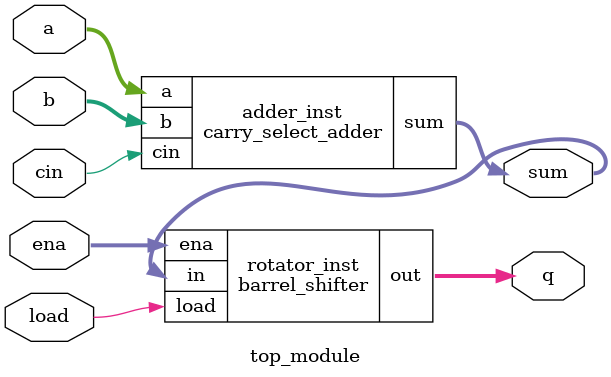
<source format=v>

module carry_select_adder #(
    parameter WIDTH = 100
) (
    input [WIDTH-1:0] a, b,
    input cin,
    output [WIDTH-1:0] sum,
    output cout
);
    wire [WIDTH-1:0] sum0, sum1;
    wire cout0, cout1;

    adder adder0(
        .a(a),
        .b(b),
        .cin(cin),
        .sum(sum0),
        .cout(cout0)
    );

    adder adder1(
        .a(a),
        .b(b),
        .cin(1'b1),
        .sum(sum1),
        .cout(cout1)
    );

    assign sum = cin ? sum1 : sum0;
    assign cout = cin ? cout1 : cout0;
endmodule
module adder #(
    parameter WIDTH = 100
) (
    input [WIDTH-1:0] a, b,
    input cin,
    output [WIDTH-1:0] sum,
    output cout
);
    assign {cout, sum} = a + b + cin;
endmodule
module barrel_shifter #(
    parameter WIDTH = 100
) (
    input [WIDTH-1:0] in,
    input load,
    input [1:0] ena,
    output reg [WIDTH-1:0] out
);
    always @(*) begin
        if (load) begin
            out <= in;
        end else begin
            case (ena)
                2'b00: out <= in;
                2'b01: out <= {in[WIDTH-2:0], in[WIDTH-1]};
                2'b10: out <= {in[WIDTH-3:0], in[WIDTH-2:WIDTH-1]};
                2'b11: out <= {in[WIDTH-4:0], in[WIDTH-3:WIDTH-1]};
            endcase
        end
    end
endmodule
module top_module (
    input [99:0] a, b, // 100-bit inputs for the adder
    input cin, // Carry-in for the adder
    input load, // Load input for the rotator
    input [1:0] ena, // Enable input for the rotator
    output [99:0] sum, // 100-bit sum from the adder
    output [99:0] q // Rotated output from the rotator
);

    // Instantiate the adder and rotator modules
    carry_select_adder adder_inst(
        .a(a),
        .b(b),
        .cin(cin),
        .sum(sum)
    );

    barrel_shifter rotator_inst(
        .in(sum),
        .load(load),
        .ena(ena),
        .out(q)
    );
endmodule
</source>
